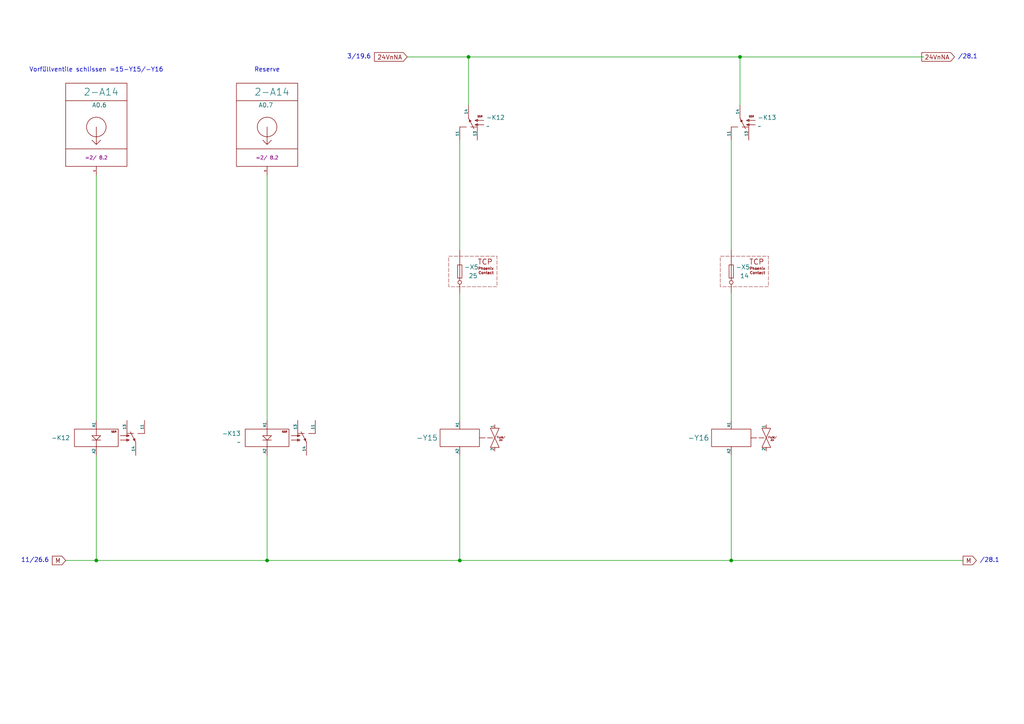
<source format=kicad_sch>
(kicad_sch (version 20250114) (generator "eeschema") (generator_version "9.0")
  (paper "A4")
  (title_block (comment 4 "15"))
  (lib_symbols
    (symbol "TCP_(X)_1" (pin_numbers (hide yes)) (pin_names (offset 0) (hide yes))
      (property "Reference" "-X" (at -9.398 7.366 0))
      (symbol "TCP_(X)_1_0_1"
        (polyline (pts (xy -3.81 -5.334) (xy -3.81 -3.81)))
      )
      (symbol "TCP_(X)_1_1_1"
        (rectangle (start -6.985 4.445) (end 6.985 -4.445) (stroke (width 0.1016) (type dash)))
        (rectangle (start -4.445 1.905) (end -3.175 -1.905))
        (circle (center -3.8101 -3.155) (radius 0.5341))
        (polyline (pts (xy -3.81 5.08) (xy -3.81 -2.54)))
        (text "TCP" (at 3.556 2.794 0) (effects (font (size 1.524 1.524))))
        (text "Phoenix\nContact" (at 6.096 0.254 0) (effects (font (size 0.762 0.762)) (justify right)))
        (pin passive line (at -3.81 6.35 270) (length 1.27) (name "") (number ""))
        (pin passive line (at -3.81 -6.35 90) (length 1.016) (name ".") (number ""))
      )
    )
    (symbol "lomix-industrietechnik-wasserhydraulik:Ventil_(Y)" (pin_numbers (hide yes)) (pin_names (offset 0))
      (property "Reference" "-Y" (at -8.636 4.064 0))
      (symbol "Ventil_(Y)_0_1"
        (rectangle (start -5.715 2.54) (end 5.715 -2.54))
      )
      (symbol "Ventil_(Y)_1_1"
        (polyline (pts (xy 5.715 0) (xy 9.525 0)) (stroke (width 0) (type dash)))
        (polyline (pts (xy 10.16 0) (xy 8.8899 -2.7939) (xy 11.4299 -2.7939) (xy 10.16 0) (xy 8.89 2.794) (xy 11.43 2.794) (xy 10.16 0)))
        (text "Fluid/\nAir" (at 11.938 -0.254 0) (effects (font (size 0.508 0.508))))
        (pin passive line (at 0 5.08 270) (length 2.54) (name "A1") (number "A1"))
        (pin passive line (at 0 -5.08 90) (length 2.54) (name "A2") (number "A2"))
        (pin passive line (at 10.16 3.81 270) (length 1.016) (name "1") (number "1"))
        (pin passive line (at 10.16 -3.81 90) (length 1.016) (name "2") (number "2"))
      )
    )
    (symbol "standart:PLC_OUT_(A)" (on_board no)
      (property "Reference" "-A" (at -6.35 10.16 0))
      (property "Target" "=Gruppe/ Seite.Pfad" (at 0 -8.89 0))
      (symbol "PLC_OUT_(A)_0_1"
        (rectangle (start -8.89 12.7) (end 8.89 -11.43))
        (polyline (pts (xy -8.89 7.62) (xy 8.89 7.62)))
        (polyline (pts (xy -8.89 -6.35) (xy 8.89 -6.35)))
        (polyline (pts (xy 0 0) (xy 0 -5.08) (xy 1.27 -3.81) (xy 0 -5.08) (xy -1.27 -3.81)))
        (circle (center 0 0) (radius 2.8398))
      )
      (symbol "PLC_OUT_(A)_1_1"
        (pin output line (at 0 -13.97 90) (length 2.54) (name "") (number "1"))
      )
    )
    (symbol "standart:Relais_(K)_PLC_13-14" (pin_numbers (hide yes)) (pin_names (offset 0))
      (property "Reference" "-K" (at -8.89 5.588 0))
      (symbol "Relais_(K)_PLC_13-14_0_1"
        (polyline (pts (xy -4.445 0.635) (xy -1.905 0.635)))
        (polyline (pts (xy -4.445 -0.635) (xy -1.905 -0.635)))
        (polyline (pts (xy -2.54 1.27) (xy -0.635 1.27)))
        (polyline (pts (xy 0 1.27) (xy 0 1.27)))
        (polyline (pts (xy 0 -1.27) (xy -1.5826 1.7804)))
        (polyline (pts (xy 2.54 1.27) (xy 0.596 1.27)))
      )
      (symbol "Relais_(K)_PLC_13-14_1_1"
        (polyline (pts (xy -1.905 0.635) (xy -2.6445 0.9803) (xy -2.6459 0.2881) (xy -1.905 0.635)) (fill (type color)))
        (polyline (pts (xy -1.905 -0.635) (xy -2.6445 -0.2897) (xy -2.6459 -0.9819) (xy -1.905 -0.635)) (fill (type color)))
        (polyline (pts (xy -0.2186 -0.8329) (xy -0.2186 -0.1979) (xy -0.765 -0.4941) (xy -0.2186 -0.8329)) (fill (type color)))
        (text "SSR" (at -3.302 -1.778 0) (effects (font (size 0.508 0.508))))
        (pin passive line (at -2.54 5.08 270) (length 3.81) (name "13") (number "13"))
        (pin passive line (at 0 -5.08 90) (length 3.81) (name "14") (number "14"))
        (pin passive line (at 2.54 5.08 270) (length 3.81) (name "11") (number "11"))
      )
    )
    (symbol "standart:Relais_(K)_PLC_A1-A2+13-14" (pin_numbers (hide yes)) (pin_names (offset 0))
      (property "Reference" "-K" (at -8.89 5.334 0))
      (symbol "Relais_(K)_PLC_A1-A2+13-14_0_1"
        (rectangle (start -6.35 2.54) (end 6.35 -2.54))
        (polyline (pts (xy 6.985 0.635) (xy 9.525 0.635)))
        (polyline (pts (xy 6.985 -0.635) (xy 9.525 -0.635)))
        (polyline (pts (xy 8.89 1.27) (xy 10.795 1.27)))
        (polyline (pts (xy 11.43 1.27) (xy 11.43 1.27)))
        (polyline (pts (xy 11.43 -1.27) (xy 9.8474 1.7804)))
        (polyline (pts (xy 13.97 1.27) (xy 12.026 1.27)))
      )
      (symbol "Relais_(K)_PLC_A1-A2+13-14_1_1"
        (polyline (pts (xy -1.27 0.635) (xy 1.27 0.635) (xy 0 -0.635) (xy -1.27 0.635)))
        (polyline (pts (xy -1.27 -0.635) (xy 1.27 -0.635)))
        (polyline (pts (xy 0 0.635) (xy 0 2.54)))
        (polyline (pts (xy 0 -2.54) (xy 0 -0.635)))
        (polyline (pts (xy 9.525 0.635) (xy 8.7855 0.9803) (xy 8.7841 0.2881) (xy 9.525 0.635)) (fill (type color)))
        (polyline (pts (xy 9.525 -0.635) (xy 8.7855 -0.2897) (xy 8.7841 -0.9819) (xy 9.525 -0.635)) (fill (type color)))
        (polyline (pts (xy 11.2114 -0.8329) (xy 11.2114 -0.1979) (xy 10.665 -0.4941) (xy 11.2114 -0.8329)) (fill (type color)))
        (text "SSR" (at 5.08 1.778 0) (effects (font (size 0.508 0.508))))
        (pin passive line (at 0 5.08 270) (length 2.54) (name "A1") (number "A1"))
        (pin passive line (at 0 -5.08 90) (length 2.54) (name "A2") (number "A2"))
        (pin passive line (at 8.89 5.08 270) (length 3.81) (name "13") (number "13"))
        (pin passive line (at 11.43 -5.08 90) (length 3.81) (name "14") (number "14"))
        (pin passive line (at 13.97 5.08 270) (length 3.81) (name "11") (number "11"))
      )
    )
    (symbol "standart:TCP_(X)" (pin_numbers (hide yes)) (pin_names (offset 0) (hide yes))
      (property "Reference" "-X" (at -9.398 7.366 0))
      (symbol "TCP_(X)_0_1"
        (polyline (pts (xy -3.81 -5.334) (xy -3.81 -3.81)))
      )
      (symbol "TCP_(X)_1_1"
        (rectangle (start -6.985 4.445) (end 6.985 -4.445) (stroke (width 0.1016) (type dash)))
        (rectangle (start -4.445 1.905) (end -3.175 -1.905))
        (circle (center -3.8101 -3.155) (radius 0.5341))
        (polyline (pts (xy -3.81 5.08) (xy -3.81 -2.54)))
        (text "TCP" (at 3.556 2.794 0) (effects (font (size 1.524 1.524))))
        (text "Phoenix\nContact" (at 6.096 0.254 0) (effects (font (size 0.762 0.762)) (justify right)))
        (pin passive line (at -3.81 6.35 270) (length 1.27) (name "") (number ""))
        (pin passive line (at -3.81 -6.35 90) (length 1.016) (name ".") (number ""))
      )
    )
  )
  (text "/28.1" (at 287.02 162.56 0) (effects (font (size 1.27 1.27))))
  (text "Vorfüllventile schlissen =15-Y15/-Y16" (at 27.94 20.32 0) (effects (font (size 1.27 1.27))))
  (text "11/26.6" (at 10.16 162.56 0) (effects (font (size 1.27 1.27))))
  (text "3/19.6" (at 104.14 16.51 0) (effects (font (size 1.27 1.27))))
  (text "Reserve" (at 77.47 20.32 0) (effects (font (size 1.27 1.27))))
  (text "/28.1" (at 280.67 16.51 0) (effects (font (size 1.27 1.27))))
  (junction (at 214.63 16.51))
  (junction (at 27.94 162.56))
  (junction (at 135.89 16.51))
  (junction (at 212.09 162.56))
  (junction (at 77.47 162.56))
  (junction (at 133.35 162.56))
  (wire (pts (xy 77.47 132.08) (xy 77.47 162.56)))
  (wire (pts (xy 212.09 162.56) (xy 279.4 162.56)))
  (wire (pts (xy 214.63 16.51) (xy 214.63 30.48)))
  (wire (pts (xy 212.09 40.64) (xy 212.09 72.39)))
  (wire (pts (xy 133.35 162.56) (xy 212.09 162.56)))
  (wire (pts (xy 133.35 132.08) (xy 133.35 162.56)))
  (wire (pts (xy 77.47 162.56) (xy 133.35 162.56)))
  (wire (pts (xy 77.47 50.8) (xy 77.47 121.92)))
  (wire (pts (xy 135.89 16.51) (xy 214.63 16.51)))
  (wire (pts (xy 214.63 16.51) (xy 267.97 16.51)))
  (wire (pts (xy 118.11 16.51) (xy 135.89 16.51)))
  (wire (pts (xy 27.94 162.56) (xy 77.47 162.56)))
  (wire (pts (xy 27.94 132.08) (xy 27.94 162.56)))
  (wire (pts (xy 133.35 40.64) (xy 133.35 72.39)))
  (wire (pts (xy 212.09 132.08) (xy 212.09 162.56)))
  (wire (pts (xy 133.35 85.09) (xy 133.35 121.92)))
  (wire (pts (xy 135.89 16.51) (xy 135.89 30.48)))
  (wire (pts (xy 212.09 85.09) (xy 212.09 121.92)))
  (wire (pts (xy 19.05 162.56) (xy 27.94 162.56)))
  (wire (pts (xy 27.94 50.8) (xy 27.94 121.92)))
  (global_label "24VnNA" (shape input) (at 276.86 16.51 180) (property "Intersheetrefs" "${INTERSHEET_REFS}" (effects (hide yes))))
  (global_label "24VnNA" (shape input) (at 118.11 16.51 180) (property "Intersheetrefs" "${INTERSHEET_REFS}" (effects (hide yes))))
  (global_label "M" (shape input) (at 19.05 162.56 180) (property "Intersheetrefs" "${INTERSHEET_REFS}" (effects (hide yes))))
  (global_label "M" (shape input) (at 283.21 162.56 180) (property "Intersheetrefs" "${INTERSHEET_REFS}" (effects (hide yes))))
  (symbol (lib_id "standart:TCP_(X)") (at 137.16 78.74 0) (unit 1)
    (property "Reference" "-X5" (at 134.62 77.47 0) (effects (justify left)))
    (property "Value" "25" (at 135.89 80.01 0) (effects (justify left)))
  )
  (symbol (lib_id "lomix-industrietechnik-wasserhydraulik:Ventil_(Y)") (at 212.09 127 0) (unit 1)
    (property "Reference" "-Y16" (at 199.39 127 0) (effects (font (size 1.524 1.524)) (justify left)))
    (property "Description" "Elektromagnetisches Ventil für Hydraulik und Pneumatik" (effects (hide yes)))
  )
  (symbol (lib_id "standart:PLC_OUT_(A)") (at 27.94 36.83 0) (unit 1) (on_board no)
    (property "Reference" "2-A14" (at 24.13 26.67 0) (effects (font (size 2.032 2.032)) (justify left)))
    (property "Value" "A0.6" (at 26.67 30.48 0) (effects (justify left)))
    (property "Target" "=2/ 8.2" (at 27.94 45.72 0) (effects (font (size 1.016 1.016))))
  )
  (symbol (lib_id "standart:Relais_(K)_PLC_13-14") (at 214.63 35.56 180) (unit 1)
    (property "Reference" "-K13" (at 219.71 34.0867 0) (effects (justify right)))
    (property "Value" "~" (at 219.71 36.6267 0) (effects (justify right)))
  )
  (symbol (lib_name "TCP_(X)_1") (lib_id "standart:TCP_(X)") (at 215.9 78.74 0) (unit 1)
    (property "Reference" "-X5" (at 213.36 77.47 0) (effects (justify left)))
    (property "Value" "14" (at 214.63 80.01 0) (effects (justify left)))
  )
  (symbol (lib_id "standart:Relais_(K)_PLC_A1-A2+13-14") (at 77.47 127 0) (unit 1)
    (property "Reference" "-K13" (at 69.85 125.7299 0) (effects (justify right)))
    (property "Value" "~" (at 69.85 128.2699 0) (effects (justify right)))
  )
  (symbol (lib_id "lomix-industrietechnik-wasserhydraulik:Ventil_(Y)") (at 133.35 127 0) (unit 1)
    (property "Reference" "-Y15" (at 120.65 127 0) (effects (font (size 1.524 1.524)) (justify left)))
    (property "Description" "Elektromagnetisches Ventil für Hydraulik und Pneumatik" (effects (hide yes)))
  )
  (symbol (lib_id "standart:Relais_(K)_PLC_A1-A2+13-14") (at 27.94 127 0) (unit 1)
    (property "Reference" "-K12" (at 20.32 126.9999 0) (effects (justify right)))
  )
  (symbol (lib_id "standart:Relais_(K)_PLC_13-14") (at 135.89 35.56 180) (unit 1)
    (property "Reference" "-K12" (at 140.97 34.0867 0) (effects (justify right)))
    (property "Value" "~" (at 140.97 36.6267 0) (effects (justify right)))
  )
  (symbol (lib_id "standart:PLC_OUT_(A)") (at 77.47 36.83 0) (unit 1) (on_board no)
    (property "Reference" "2-A14" (at 73.66 26.67 0) (effects (font (size 2.032 2.032)) (justify left)))
    (property "Value" "A0.7" (at 74.93 30.48 0) (effects (justify left)))
    (property "Target" "=2/ 8.2" (at 77.47 45.72 0) (effects (font (size 1.016 1.016))))
  )
  (sheet (at 344.678 257.048) (size 323.85 209.55) (stroke (width 0.1524))
    (property "Sheetname" "Position Presse" (at 344.678 256.3364 0) (effects (justify left bottom)))
    (property "Sheetfile" "Position Presse.kicad_sch" (at 344.678 467.1826 0) (effects (justify left top)))
  )
  (sheet (at 1393.444 3.81) (size 293.37 212.09) (stroke (width 0.1524))
    (property "Sheetname" "Ventile 3+4 Druckaufbau" (at 1393.444 3.0984 0) (effects (justify left bottom)))
    (property "Sheetfile" "Ventile 3+4 Druckaufbau.kicad_sch" (at 1393.444 216.4846 0) (effects (justify left top)))
  )
  (sheet (at 670.306 0.254) (size 335.28 212.09) (stroke (width 0.1524))
    (property "Sheetname" "Ventil Presse Schliesen" (at 670.306 -0.4576 0) (effects (justify left bottom)))
    (property "Sheetfile" "Ventil presse Schliessen.kicad_sch" (at 670.306 212.9286 0) (effects (justify left top)))
  )
  (sheet (at 1060.704 259.334) (size 322.58 212.09) (stroke (width 0.1524))
    (property "Sheetname" "Auswerfer oben" (at 1060.704 258.6224 0) (effects (justify left bottom)))
    (property "Sheetfile" "Auswerfer oben.kicad_sch" (at 1060.704 472.0086 0) (effects (justify left top)))
  )
  (sheet (at 317.5 0) (size 326.39 210.82) (stroke (width 0.1524))
    (property "Sheetname" "lni´s vorfüllventile" (at 317.5 -0.7116 0) (effects (justify left bottom)))
    (property "Sheetfile" "lni´s vorfüllventile.kicad_sch" (at 317.5 211.4046 0) (effects (justify left top)))
  )
  (sheet (at 702.564 254.762) (size 318.77 209.55) (stroke (width 0.1524))
    (property "Sheetname" "Druckmessung" (at 702.564 254.0504 0) (effects (justify left bottom)))
    (property "Sheetfile" "Druckmessung.kicad_sch" (at 702.564 464.8966 0) (effects (justify left top)))
  )
  (sheet (at 1049.274 1.524) (size 308.61 212.09) (stroke (width 0.1524))
    (property "Sheetname" "Ventile 1+2 Druckaufbau" (at 1049.274 0.8124 0) (effects (justify left bottom)))
    (property "Sheetfile" "Ventile 1+2 Druckaufbau.kicad_sch" (at 1049.274 214.1986 0) (effects (justify left top)))
  )
  (sheet (at 13.97 257.048) (size 290.83 209.55) (stroke (width 0.1524))
    (property "Sheetname" "Ventile 3+4 Presse öffnen" (at 13.97 256.3364 0) (effects (justify left bottom)))
    (property "Sheetfile" "Ventile 3+4 Presse öffnen.kicad_sch" (at 13.97 467.1826 0) (effects (justify left top)))
  )
  (sheet (at 1724.152 8.382) (size 328.93 209.55) (stroke (width 0.1524))
    (property "Sheetname" "Ventile 1+2 Presse öffnen" (at 1724.152 7.6704 0) (effects (justify left bottom)))
    (property "Sheetfile" "Ventile 1+2 Presse öffnen.kicad_sch" (at 1724.152 218.5166 0) (effects (justify left top)))
  )
)
</source>
